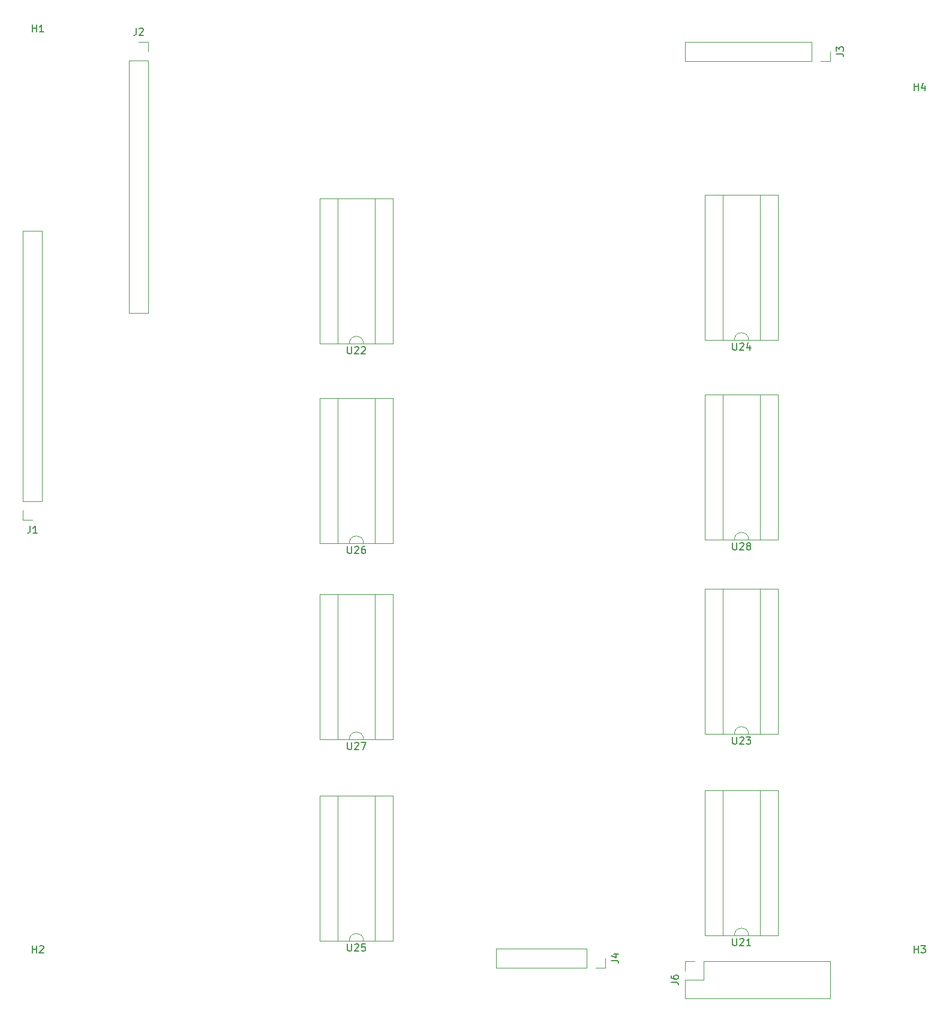
<source format=gbr>
G04 #@! TF.GenerationSoftware,KiCad,Pcbnew,(5.0.1-3-g963ef8bb5)*
G04 #@! TF.CreationDate,2019-04-09T02:40:33-05:00*
G04 #@! TF.ProjectId,SDMAY1932,53444D4159313933322E6B696361645F,rev?*
G04 #@! TF.SameCoordinates,Original*
G04 #@! TF.FileFunction,Legend,Top*
G04 #@! TF.FilePolarity,Positive*
%FSLAX46Y46*%
G04 Gerber Fmt 4.6, Leading zero omitted, Abs format (unit mm)*
G04 Created by KiCad (PCBNEW (5.0.1-3-g963ef8bb5)) date Tuesday, April 09, 2019 at 02:40:33 AM*
%MOMM*%
%LPD*%
G01*
G04 APERTURE LIST*
%ADD10C,0.120000*%
%ADD11C,0.150000*%
G04 APERTURE END LIST*
D10*
G04 #@! TO.C,J3*
X133604000Y-22038000D02*
X133604000Y-24698000D01*
X133604000Y-22038000D02*
X115764000Y-22038000D01*
X115764000Y-22038000D02*
X115764000Y-24698000D01*
X133604000Y-24698000D02*
X115764000Y-24698000D01*
X136204000Y-24698000D02*
X134874000Y-24698000D01*
X136204000Y-23368000D02*
X136204000Y-24698000D01*
G04 #@! TO.C,U24*
X118558000Y-64128000D02*
X128838000Y-64128000D01*
X118558000Y-43568000D02*
X118558000Y-64128000D01*
X128838000Y-43568000D02*
X118558000Y-43568000D01*
X128838000Y-64128000D02*
X128838000Y-43568000D01*
X121048000Y-64068000D02*
X122698000Y-64068000D01*
X121048000Y-43628000D02*
X121048000Y-64068000D01*
X126348000Y-43628000D02*
X121048000Y-43628000D01*
X126348000Y-64068000D02*
X126348000Y-43628000D01*
X124698000Y-64068000D02*
X126348000Y-64068000D01*
X122698000Y-64068000D02*
G75*
G02X124698000Y-64068000I1000000J0D01*
G01*
G04 #@! TO.C,U21*
X118558000Y-148202000D02*
X128838000Y-148202000D01*
X118558000Y-127642000D02*
X118558000Y-148202000D01*
X128838000Y-127642000D02*
X118558000Y-127642000D01*
X128838000Y-148202000D02*
X128838000Y-127642000D01*
X121048000Y-148142000D02*
X122698000Y-148142000D01*
X121048000Y-127702000D02*
X121048000Y-148142000D01*
X126348000Y-127702000D02*
X121048000Y-127702000D01*
X126348000Y-148142000D02*
X126348000Y-127702000D01*
X124698000Y-148142000D02*
X126348000Y-148142000D01*
X122698000Y-148142000D02*
G75*
G02X124698000Y-148142000I1000000J0D01*
G01*
G04 #@! TO.C,U22*
X68342000Y-64576000D02*
G75*
G02X70342000Y-64576000I1000000J0D01*
G01*
X70342000Y-64576000D02*
X71992000Y-64576000D01*
X71992000Y-64576000D02*
X71992000Y-44136000D01*
X71992000Y-44136000D02*
X66692000Y-44136000D01*
X66692000Y-44136000D02*
X66692000Y-64576000D01*
X66692000Y-64576000D02*
X68342000Y-64576000D01*
X74482000Y-64636000D02*
X74482000Y-44076000D01*
X74482000Y-44076000D02*
X64202000Y-44076000D01*
X64202000Y-44076000D02*
X64202000Y-64636000D01*
X64202000Y-64636000D02*
X74482000Y-64636000D01*
G04 #@! TO.C,U23*
X122698000Y-119694000D02*
G75*
G02X124698000Y-119694000I1000000J0D01*
G01*
X124698000Y-119694000D02*
X126348000Y-119694000D01*
X126348000Y-119694000D02*
X126348000Y-99254000D01*
X126348000Y-99254000D02*
X121048000Y-99254000D01*
X121048000Y-99254000D02*
X121048000Y-119694000D01*
X121048000Y-119694000D02*
X122698000Y-119694000D01*
X128838000Y-119754000D02*
X128838000Y-99194000D01*
X128838000Y-99194000D02*
X118558000Y-99194000D01*
X118558000Y-99194000D02*
X118558000Y-119754000D01*
X118558000Y-119754000D02*
X128838000Y-119754000D01*
G04 #@! TO.C,U25*
X68342000Y-148904000D02*
G75*
G02X70342000Y-148904000I1000000J0D01*
G01*
X70342000Y-148904000D02*
X71992000Y-148904000D01*
X71992000Y-148904000D02*
X71992000Y-128464000D01*
X71992000Y-128464000D02*
X66692000Y-128464000D01*
X66692000Y-128464000D02*
X66692000Y-148904000D01*
X66692000Y-148904000D02*
X68342000Y-148904000D01*
X74482000Y-148964000D02*
X74482000Y-128404000D01*
X74482000Y-128404000D02*
X64202000Y-128404000D01*
X64202000Y-128404000D02*
X64202000Y-148964000D01*
X64202000Y-148964000D02*
X74482000Y-148964000D01*
G04 #@! TO.C,U26*
X68342000Y-92770000D02*
G75*
G02X70342000Y-92770000I1000000J0D01*
G01*
X70342000Y-92770000D02*
X71992000Y-92770000D01*
X71992000Y-92770000D02*
X71992000Y-72330000D01*
X71992000Y-72330000D02*
X66692000Y-72330000D01*
X66692000Y-72330000D02*
X66692000Y-92770000D01*
X66692000Y-92770000D02*
X68342000Y-92770000D01*
X74482000Y-92830000D02*
X74482000Y-72270000D01*
X74482000Y-72270000D02*
X64202000Y-72270000D01*
X64202000Y-72270000D02*
X64202000Y-92830000D01*
X64202000Y-92830000D02*
X74482000Y-92830000D01*
G04 #@! TO.C,U27*
X64202000Y-120516000D02*
X74482000Y-120516000D01*
X64202000Y-99956000D02*
X64202000Y-120516000D01*
X74482000Y-99956000D02*
X64202000Y-99956000D01*
X74482000Y-120516000D02*
X74482000Y-99956000D01*
X66692000Y-120456000D02*
X68342000Y-120456000D01*
X66692000Y-100016000D02*
X66692000Y-120456000D01*
X71992000Y-100016000D02*
X66692000Y-100016000D01*
X71992000Y-120456000D02*
X71992000Y-100016000D01*
X70342000Y-120456000D02*
X71992000Y-120456000D01*
X68342000Y-120456000D02*
G75*
G02X70342000Y-120456000I1000000J0D01*
G01*
G04 #@! TO.C,U28*
X118558000Y-92322000D02*
X128838000Y-92322000D01*
X118558000Y-71762000D02*
X118558000Y-92322000D01*
X128838000Y-71762000D02*
X118558000Y-71762000D01*
X128838000Y-92322000D02*
X128838000Y-71762000D01*
X121048000Y-92262000D02*
X122698000Y-92262000D01*
X121048000Y-71822000D02*
X121048000Y-92262000D01*
X126348000Y-71822000D02*
X121048000Y-71822000D01*
X126348000Y-92262000D02*
X126348000Y-71822000D01*
X124698000Y-92262000D02*
X126348000Y-92262000D01*
X122698000Y-92262000D02*
G75*
G02X124698000Y-92262000I1000000J0D01*
G01*
G04 #@! TO.C,J2*
X37278000Y-24638000D02*
X39938000Y-24638000D01*
X37278000Y-24638000D02*
X37278000Y-60258000D01*
X37278000Y-60258000D02*
X39938000Y-60258000D01*
X39938000Y-24638000D02*
X39938000Y-60258000D01*
X39938000Y-22038000D02*
X39938000Y-23368000D01*
X38608000Y-22038000D02*
X39938000Y-22038000D01*
G04 #@! TO.C,J4*
X101854000Y-150054000D02*
X101854000Y-152714000D01*
X101854000Y-150054000D02*
X89094000Y-150054000D01*
X89094000Y-150054000D02*
X89094000Y-152714000D01*
X101854000Y-152714000D02*
X89094000Y-152714000D01*
X104454000Y-152714000D02*
X103124000Y-152714000D01*
X104454000Y-151384000D02*
X104454000Y-152714000D01*
G04 #@! TO.C,J1*
X24952000Y-86868000D02*
X22292000Y-86868000D01*
X24952000Y-86868000D02*
X24952000Y-48708000D01*
X24952000Y-48708000D02*
X22292000Y-48708000D01*
X22292000Y-86868000D02*
X22292000Y-48708000D01*
X22292000Y-89468000D02*
X22292000Y-88138000D01*
X23622000Y-89468000D02*
X22292000Y-89468000D01*
G04 #@! TO.C,J6*
X115764000Y-157032000D02*
X115764000Y-154432000D01*
X115764000Y-157032000D02*
X136204000Y-157032000D01*
X136204000Y-157032000D02*
X136204000Y-151832000D01*
X118364000Y-151832000D02*
X136204000Y-151832000D01*
X118364000Y-154432000D02*
X118364000Y-151832000D01*
X115764000Y-154432000D02*
X118364000Y-154432000D01*
X115764000Y-151832000D02*
X117094000Y-151832000D01*
X115764000Y-153162000D02*
X115764000Y-151832000D01*
G04 #@! TO.C,J3*
D11*
X137096380Y-23701333D02*
X137810666Y-23701333D01*
X137953523Y-23748952D01*
X138048761Y-23844190D01*
X138096380Y-23987047D01*
X138096380Y-24082285D01*
X137096380Y-23320380D02*
X137096380Y-22701333D01*
X137477333Y-23034666D01*
X137477333Y-22891809D01*
X137524952Y-22796571D01*
X137572571Y-22748952D01*
X137667809Y-22701333D01*
X137905904Y-22701333D01*
X138001142Y-22748952D01*
X138048761Y-22796571D01*
X138096380Y-22891809D01*
X138096380Y-23177523D01*
X138048761Y-23272761D01*
X138001142Y-23320380D01*
G04 #@! TO.C,U24*
X122459904Y-64520380D02*
X122459904Y-65329904D01*
X122507523Y-65425142D01*
X122555142Y-65472761D01*
X122650380Y-65520380D01*
X122840857Y-65520380D01*
X122936095Y-65472761D01*
X122983714Y-65425142D01*
X123031333Y-65329904D01*
X123031333Y-64520380D01*
X123459904Y-64615619D02*
X123507523Y-64568000D01*
X123602761Y-64520380D01*
X123840857Y-64520380D01*
X123936095Y-64568000D01*
X123983714Y-64615619D01*
X124031333Y-64710857D01*
X124031333Y-64806095D01*
X123983714Y-64948952D01*
X123412285Y-65520380D01*
X124031333Y-65520380D01*
X124888476Y-64853714D02*
X124888476Y-65520380D01*
X124650380Y-64472761D02*
X124412285Y-65187047D01*
X125031333Y-65187047D01*
G04 #@! TO.C,U21*
X122459904Y-148594380D02*
X122459904Y-149403904D01*
X122507523Y-149499142D01*
X122555142Y-149546761D01*
X122650380Y-149594380D01*
X122840857Y-149594380D01*
X122936095Y-149546761D01*
X122983714Y-149499142D01*
X123031333Y-149403904D01*
X123031333Y-148594380D01*
X123459904Y-148689619D02*
X123507523Y-148642000D01*
X123602761Y-148594380D01*
X123840857Y-148594380D01*
X123936095Y-148642000D01*
X123983714Y-148689619D01*
X124031333Y-148784857D01*
X124031333Y-148880095D01*
X123983714Y-149022952D01*
X123412285Y-149594380D01*
X124031333Y-149594380D01*
X124983714Y-149594380D02*
X124412285Y-149594380D01*
X124698000Y-149594380D02*
X124698000Y-148594380D01*
X124602761Y-148737238D01*
X124507523Y-148832476D01*
X124412285Y-148880095D01*
G04 #@! TO.C,U22*
X68103904Y-65028380D02*
X68103904Y-65837904D01*
X68151523Y-65933142D01*
X68199142Y-65980761D01*
X68294380Y-66028380D01*
X68484857Y-66028380D01*
X68580095Y-65980761D01*
X68627714Y-65933142D01*
X68675333Y-65837904D01*
X68675333Y-65028380D01*
X69103904Y-65123619D02*
X69151523Y-65076000D01*
X69246761Y-65028380D01*
X69484857Y-65028380D01*
X69580095Y-65076000D01*
X69627714Y-65123619D01*
X69675333Y-65218857D01*
X69675333Y-65314095D01*
X69627714Y-65456952D01*
X69056285Y-66028380D01*
X69675333Y-66028380D01*
X70056285Y-65123619D02*
X70103904Y-65076000D01*
X70199142Y-65028380D01*
X70437238Y-65028380D01*
X70532476Y-65076000D01*
X70580095Y-65123619D01*
X70627714Y-65218857D01*
X70627714Y-65314095D01*
X70580095Y-65456952D01*
X70008666Y-66028380D01*
X70627714Y-66028380D01*
G04 #@! TO.C,U23*
X122459904Y-120146380D02*
X122459904Y-120955904D01*
X122507523Y-121051142D01*
X122555142Y-121098761D01*
X122650380Y-121146380D01*
X122840857Y-121146380D01*
X122936095Y-121098761D01*
X122983714Y-121051142D01*
X123031333Y-120955904D01*
X123031333Y-120146380D01*
X123459904Y-120241619D02*
X123507523Y-120194000D01*
X123602761Y-120146380D01*
X123840857Y-120146380D01*
X123936095Y-120194000D01*
X123983714Y-120241619D01*
X124031333Y-120336857D01*
X124031333Y-120432095D01*
X123983714Y-120574952D01*
X123412285Y-121146380D01*
X124031333Y-121146380D01*
X124364666Y-120146380D02*
X124983714Y-120146380D01*
X124650380Y-120527333D01*
X124793238Y-120527333D01*
X124888476Y-120574952D01*
X124936095Y-120622571D01*
X124983714Y-120717809D01*
X124983714Y-120955904D01*
X124936095Y-121051142D01*
X124888476Y-121098761D01*
X124793238Y-121146380D01*
X124507523Y-121146380D01*
X124412285Y-121098761D01*
X124364666Y-121051142D01*
G04 #@! TO.C,U25*
X68103904Y-149356380D02*
X68103904Y-150165904D01*
X68151523Y-150261142D01*
X68199142Y-150308761D01*
X68294380Y-150356380D01*
X68484857Y-150356380D01*
X68580095Y-150308761D01*
X68627714Y-150261142D01*
X68675333Y-150165904D01*
X68675333Y-149356380D01*
X69103904Y-149451619D02*
X69151523Y-149404000D01*
X69246761Y-149356380D01*
X69484857Y-149356380D01*
X69580095Y-149404000D01*
X69627714Y-149451619D01*
X69675333Y-149546857D01*
X69675333Y-149642095D01*
X69627714Y-149784952D01*
X69056285Y-150356380D01*
X69675333Y-150356380D01*
X70580095Y-149356380D02*
X70103904Y-149356380D01*
X70056285Y-149832571D01*
X70103904Y-149784952D01*
X70199142Y-149737333D01*
X70437238Y-149737333D01*
X70532476Y-149784952D01*
X70580095Y-149832571D01*
X70627714Y-149927809D01*
X70627714Y-150165904D01*
X70580095Y-150261142D01*
X70532476Y-150308761D01*
X70437238Y-150356380D01*
X70199142Y-150356380D01*
X70103904Y-150308761D01*
X70056285Y-150261142D01*
G04 #@! TO.C,U26*
X68103904Y-93222380D02*
X68103904Y-94031904D01*
X68151523Y-94127142D01*
X68199142Y-94174761D01*
X68294380Y-94222380D01*
X68484857Y-94222380D01*
X68580095Y-94174761D01*
X68627714Y-94127142D01*
X68675333Y-94031904D01*
X68675333Y-93222380D01*
X69103904Y-93317619D02*
X69151523Y-93270000D01*
X69246761Y-93222380D01*
X69484857Y-93222380D01*
X69580095Y-93270000D01*
X69627714Y-93317619D01*
X69675333Y-93412857D01*
X69675333Y-93508095D01*
X69627714Y-93650952D01*
X69056285Y-94222380D01*
X69675333Y-94222380D01*
X70532476Y-93222380D02*
X70342000Y-93222380D01*
X70246761Y-93270000D01*
X70199142Y-93317619D01*
X70103904Y-93460476D01*
X70056285Y-93650952D01*
X70056285Y-94031904D01*
X70103904Y-94127142D01*
X70151523Y-94174761D01*
X70246761Y-94222380D01*
X70437238Y-94222380D01*
X70532476Y-94174761D01*
X70580095Y-94127142D01*
X70627714Y-94031904D01*
X70627714Y-93793809D01*
X70580095Y-93698571D01*
X70532476Y-93650952D01*
X70437238Y-93603333D01*
X70246761Y-93603333D01*
X70151523Y-93650952D01*
X70103904Y-93698571D01*
X70056285Y-93793809D01*
G04 #@! TO.C,U27*
X68103904Y-120908380D02*
X68103904Y-121717904D01*
X68151523Y-121813142D01*
X68199142Y-121860761D01*
X68294380Y-121908380D01*
X68484857Y-121908380D01*
X68580095Y-121860761D01*
X68627714Y-121813142D01*
X68675333Y-121717904D01*
X68675333Y-120908380D01*
X69103904Y-121003619D02*
X69151523Y-120956000D01*
X69246761Y-120908380D01*
X69484857Y-120908380D01*
X69580095Y-120956000D01*
X69627714Y-121003619D01*
X69675333Y-121098857D01*
X69675333Y-121194095D01*
X69627714Y-121336952D01*
X69056285Y-121908380D01*
X69675333Y-121908380D01*
X70008666Y-120908380D02*
X70675333Y-120908380D01*
X70246761Y-121908380D01*
G04 #@! TO.C,U28*
X122459904Y-92714380D02*
X122459904Y-93523904D01*
X122507523Y-93619142D01*
X122555142Y-93666761D01*
X122650380Y-93714380D01*
X122840857Y-93714380D01*
X122936095Y-93666761D01*
X122983714Y-93619142D01*
X123031333Y-93523904D01*
X123031333Y-92714380D01*
X123459904Y-92809619D02*
X123507523Y-92762000D01*
X123602761Y-92714380D01*
X123840857Y-92714380D01*
X123936095Y-92762000D01*
X123983714Y-92809619D01*
X124031333Y-92904857D01*
X124031333Y-93000095D01*
X123983714Y-93142952D01*
X123412285Y-93714380D01*
X124031333Y-93714380D01*
X124602761Y-93142952D02*
X124507523Y-93095333D01*
X124459904Y-93047714D01*
X124412285Y-92952476D01*
X124412285Y-92904857D01*
X124459904Y-92809619D01*
X124507523Y-92762000D01*
X124602761Y-92714380D01*
X124793238Y-92714380D01*
X124888476Y-92762000D01*
X124936095Y-92809619D01*
X124983714Y-92904857D01*
X124983714Y-92952476D01*
X124936095Y-93047714D01*
X124888476Y-93095333D01*
X124793238Y-93142952D01*
X124602761Y-93142952D01*
X124507523Y-93190571D01*
X124459904Y-93238190D01*
X124412285Y-93333428D01*
X124412285Y-93523904D01*
X124459904Y-93619142D01*
X124507523Y-93666761D01*
X124602761Y-93714380D01*
X124793238Y-93714380D01*
X124888476Y-93666761D01*
X124936095Y-93619142D01*
X124983714Y-93523904D01*
X124983714Y-93333428D01*
X124936095Y-93238190D01*
X124888476Y-93190571D01*
X124793238Y-93142952D01*
G04 #@! TO.C,H1*
X23622095Y-20582380D02*
X23622095Y-19582380D01*
X23622095Y-20058571D02*
X24193523Y-20058571D01*
X24193523Y-20582380D02*
X24193523Y-19582380D01*
X25193523Y-20582380D02*
X24622095Y-20582380D01*
X24907809Y-20582380D02*
X24907809Y-19582380D01*
X24812571Y-19725238D01*
X24717333Y-19820476D01*
X24622095Y-19868095D01*
G04 #@! TO.C,H2*
X23622095Y-150630380D02*
X23622095Y-149630380D01*
X23622095Y-150106571D02*
X24193523Y-150106571D01*
X24193523Y-150630380D02*
X24193523Y-149630380D01*
X24622095Y-149725619D02*
X24669714Y-149678000D01*
X24764952Y-149630380D01*
X25003047Y-149630380D01*
X25098285Y-149678000D01*
X25145904Y-149725619D01*
X25193523Y-149820857D01*
X25193523Y-149916095D01*
X25145904Y-150058952D01*
X24574476Y-150630380D01*
X25193523Y-150630380D01*
G04 #@! TO.C,H3*
X148082095Y-150630380D02*
X148082095Y-149630380D01*
X148082095Y-150106571D02*
X148653523Y-150106571D01*
X148653523Y-150630380D02*
X148653523Y-149630380D01*
X149034476Y-149630380D02*
X149653523Y-149630380D01*
X149320190Y-150011333D01*
X149463047Y-150011333D01*
X149558285Y-150058952D01*
X149605904Y-150106571D01*
X149653523Y-150201809D01*
X149653523Y-150439904D01*
X149605904Y-150535142D01*
X149558285Y-150582761D01*
X149463047Y-150630380D01*
X149177333Y-150630380D01*
X149082095Y-150582761D01*
X149034476Y-150535142D01*
G04 #@! TO.C,H4*
X148082095Y-28836380D02*
X148082095Y-27836380D01*
X148082095Y-28312571D02*
X148653523Y-28312571D01*
X148653523Y-28836380D02*
X148653523Y-27836380D01*
X149558285Y-28169714D02*
X149558285Y-28836380D01*
X149320190Y-27788761D02*
X149082095Y-28503047D01*
X149701142Y-28503047D01*
G04 #@! TO.C,J2*
X38274666Y-20050380D02*
X38274666Y-20764666D01*
X38227047Y-20907523D01*
X38131809Y-21002761D01*
X37988952Y-21050380D01*
X37893714Y-21050380D01*
X38703238Y-20145619D02*
X38750857Y-20098000D01*
X38846095Y-20050380D01*
X39084190Y-20050380D01*
X39179428Y-20098000D01*
X39227047Y-20145619D01*
X39274666Y-20240857D01*
X39274666Y-20336095D01*
X39227047Y-20478952D01*
X38655619Y-21050380D01*
X39274666Y-21050380D01*
G04 #@! TO.C,J4*
X105346380Y-151717333D02*
X106060666Y-151717333D01*
X106203523Y-151764952D01*
X106298761Y-151860190D01*
X106346380Y-152003047D01*
X106346380Y-152098285D01*
X105679714Y-150812571D02*
X106346380Y-150812571D01*
X105298761Y-151050666D02*
X106013047Y-151288761D01*
X106013047Y-150669714D01*
G04 #@! TO.C,J1*
X23288666Y-90360380D02*
X23288666Y-91074666D01*
X23241047Y-91217523D01*
X23145809Y-91312761D01*
X23002952Y-91360380D01*
X22907714Y-91360380D01*
X24288666Y-91360380D02*
X23717238Y-91360380D01*
X24002952Y-91360380D02*
X24002952Y-90360380D01*
X23907714Y-90503238D01*
X23812476Y-90598476D01*
X23717238Y-90646095D01*
G04 #@! TO.C,J6*
X113776380Y-154765333D02*
X114490666Y-154765333D01*
X114633523Y-154812952D01*
X114728761Y-154908190D01*
X114776380Y-155051047D01*
X114776380Y-155146285D01*
X113776380Y-153860571D02*
X113776380Y-154051047D01*
X113824000Y-154146285D01*
X113871619Y-154193904D01*
X114014476Y-154289142D01*
X114204952Y-154336761D01*
X114585904Y-154336761D01*
X114681142Y-154289142D01*
X114728761Y-154241523D01*
X114776380Y-154146285D01*
X114776380Y-153955809D01*
X114728761Y-153860571D01*
X114681142Y-153812952D01*
X114585904Y-153765333D01*
X114347809Y-153765333D01*
X114252571Y-153812952D01*
X114204952Y-153860571D01*
X114157333Y-153955809D01*
X114157333Y-154146285D01*
X114204952Y-154241523D01*
X114252571Y-154289142D01*
X114347809Y-154336761D01*
G04 #@! TD*
M02*

</source>
